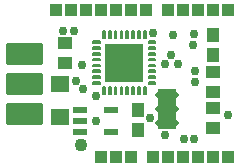
<source format=gbr>
G04 EAGLE Gerber RS-274X export*
G75*
%MOMM*%
%FSLAX34Y34*%
%LPD*%
%INSoldermask Top*%
%IPPOS*%
%AMOC8*
5,1,8,0,0,1.08239X$1,22.5*%
G01*
%ADD10R,1.150800X1.050800*%
%ADD11C,1.104800*%
%ADD12R,1.250800X0.600800*%
%ADD13R,1.050800X1.150800*%
%ADD14R,1.650800X1.450800*%
%ADD15C,0.500800*%
%ADD16R,1.534156X3.495038*%
%ADD17C,0.199953*%
%ADD18R,3.250800X3.250800*%
%ADD19C,0.402334*%
%ADD20R,1.066800X1.066800*%
%ADD21C,0.756400*%


D10*
X52784Y104147D03*
X52784Y87147D03*
D11*
X66244Y17506D03*
D12*
X65580Y47600D03*
X65580Y38100D03*
X65580Y28600D03*
X91582Y28600D03*
X91582Y47600D03*
D13*
X113903Y47394D03*
X113903Y30394D03*
D14*
X48419Y41563D03*
X48419Y69563D03*
D10*
X177800Y49378D03*
X177800Y32378D03*
X177800Y79938D03*
X177800Y62938D03*
D13*
X177800Y110894D03*
X177800Y93894D03*
D15*
X146181Y60419D02*
X131631Y60419D01*
X131631Y48419D02*
X146181Y48419D01*
X146181Y36419D02*
X131631Y36419D01*
D16*
X138881Y48444D03*
D17*
X86045Y61455D02*
X86045Y66963D01*
X86045Y61455D02*
X84537Y61455D01*
X84537Y66963D01*
X86045Y66963D01*
X86045Y63355D02*
X84537Y63355D01*
X84537Y65255D02*
X86045Y65255D01*
X91045Y66963D02*
X91045Y61455D01*
X89537Y61455D01*
X89537Y66963D01*
X91045Y66963D01*
X91045Y63355D02*
X89537Y63355D01*
X89537Y65255D02*
X91045Y65255D01*
X96045Y66963D02*
X96045Y61455D01*
X94537Y61455D01*
X94537Y66963D01*
X96045Y66963D01*
X96045Y63355D02*
X94537Y63355D01*
X94537Y65255D02*
X96045Y65255D01*
X101045Y66963D02*
X101045Y61455D01*
X99537Y61455D01*
X99537Y66963D01*
X101045Y66963D01*
X101045Y63355D02*
X99537Y63355D01*
X99537Y65255D02*
X101045Y65255D01*
X106045Y66963D02*
X106045Y61455D01*
X104537Y61455D01*
X104537Y66963D01*
X106045Y66963D01*
X106045Y63355D02*
X104537Y63355D01*
X104537Y65255D02*
X106045Y65255D01*
X111045Y66963D02*
X111045Y61455D01*
X109537Y61455D01*
X109537Y66963D01*
X111045Y66963D01*
X111045Y63355D02*
X109537Y63355D01*
X109537Y65255D02*
X111045Y65255D01*
X116045Y66963D02*
X116045Y61455D01*
X114537Y61455D01*
X114537Y66963D01*
X116045Y66963D01*
X116045Y63355D02*
X114537Y63355D01*
X114537Y65255D02*
X116045Y65255D01*
X121045Y66963D02*
X121045Y61455D01*
X119537Y61455D01*
X119537Y66963D01*
X121045Y66963D01*
X121045Y63355D02*
X119537Y63355D01*
X119537Y65255D02*
X121045Y65255D01*
X129045Y69455D02*
X129045Y70963D01*
X129045Y69455D02*
X123537Y69455D01*
X123537Y70963D01*
X129045Y70963D01*
X129045Y74455D02*
X129045Y75963D01*
X129045Y74455D02*
X123537Y74455D01*
X123537Y75963D01*
X129045Y75963D01*
X129045Y79455D02*
X129045Y80963D01*
X129045Y79455D02*
X123537Y79455D01*
X123537Y80963D01*
X129045Y80963D01*
X129045Y84455D02*
X129045Y85963D01*
X129045Y84455D02*
X123537Y84455D01*
X123537Y85963D01*
X129045Y85963D01*
X129045Y89455D02*
X129045Y90963D01*
X129045Y89455D02*
X123537Y89455D01*
X123537Y90963D01*
X129045Y90963D01*
X129045Y94455D02*
X129045Y95963D01*
X129045Y94455D02*
X123537Y94455D01*
X123537Y95963D01*
X129045Y95963D01*
X129045Y99455D02*
X129045Y100963D01*
X129045Y99455D02*
X123537Y99455D01*
X123537Y100963D01*
X129045Y100963D01*
X129045Y104455D02*
X129045Y105963D01*
X129045Y104455D02*
X123537Y104455D01*
X123537Y105963D01*
X129045Y105963D01*
X121045Y108455D02*
X121045Y113963D01*
X121045Y108455D02*
X119537Y108455D01*
X119537Y113963D01*
X121045Y113963D01*
X121045Y110355D02*
X119537Y110355D01*
X119537Y112255D02*
X121045Y112255D01*
X116045Y113963D02*
X116045Y108455D01*
X114537Y108455D01*
X114537Y113963D01*
X116045Y113963D01*
X116045Y110355D02*
X114537Y110355D01*
X114537Y112255D02*
X116045Y112255D01*
X111045Y113963D02*
X111045Y108455D01*
X109537Y108455D01*
X109537Y113963D01*
X111045Y113963D01*
X111045Y110355D02*
X109537Y110355D01*
X109537Y112255D02*
X111045Y112255D01*
X106045Y113963D02*
X106045Y108455D01*
X104537Y108455D01*
X104537Y113963D01*
X106045Y113963D01*
X106045Y110355D02*
X104537Y110355D01*
X104537Y112255D02*
X106045Y112255D01*
X101045Y113963D02*
X101045Y108455D01*
X99537Y108455D01*
X99537Y113963D01*
X101045Y113963D01*
X101045Y110355D02*
X99537Y110355D01*
X99537Y112255D02*
X101045Y112255D01*
X96045Y113963D02*
X96045Y108455D01*
X94537Y108455D01*
X94537Y113963D01*
X96045Y113963D01*
X96045Y110355D02*
X94537Y110355D01*
X94537Y112255D02*
X96045Y112255D01*
X91045Y113963D02*
X91045Y108455D01*
X89537Y108455D01*
X89537Y113963D01*
X91045Y113963D01*
X91045Y110355D02*
X89537Y110355D01*
X89537Y112255D02*
X91045Y112255D01*
X86045Y113963D02*
X86045Y108455D01*
X84537Y108455D01*
X84537Y113963D01*
X86045Y113963D01*
X86045Y110355D02*
X84537Y110355D01*
X84537Y112255D02*
X86045Y112255D01*
X82045Y105963D02*
X82045Y104455D01*
X76537Y104455D01*
X76537Y105963D01*
X82045Y105963D01*
X82045Y100963D02*
X82045Y99455D01*
X76537Y99455D01*
X76537Y100963D01*
X82045Y100963D01*
X82045Y95963D02*
X82045Y94455D01*
X76537Y94455D01*
X76537Y95963D01*
X82045Y95963D01*
X82045Y90963D02*
X82045Y89455D01*
X76537Y89455D01*
X76537Y90963D01*
X82045Y90963D01*
X82045Y85963D02*
X82045Y84455D01*
X76537Y84455D01*
X76537Y85963D01*
X82045Y85963D01*
X82045Y80963D02*
X82045Y79455D01*
X76537Y79455D01*
X76537Y80963D01*
X82045Y80963D01*
X82045Y75963D02*
X82045Y74455D01*
X76537Y74455D01*
X76537Y75963D01*
X82045Y75963D01*
X82045Y70963D02*
X82045Y69455D01*
X76537Y69455D01*
X76537Y70963D01*
X82045Y70963D01*
D18*
X102791Y87709D03*
D19*
X31263Y37317D02*
X4297Y37317D01*
X4297Y51583D01*
X31263Y51583D01*
X31263Y37317D01*
X31263Y41139D02*
X4297Y41139D01*
X4297Y44961D02*
X31263Y44961D01*
X31263Y48783D02*
X4297Y48783D01*
X4297Y62717D02*
X31263Y62717D01*
X4297Y62717D02*
X4297Y76983D01*
X31263Y76983D01*
X31263Y62717D01*
X31263Y66539D02*
X4297Y66539D01*
X4297Y70361D02*
X31263Y70361D01*
X31263Y74183D02*
X4297Y74183D01*
X4297Y88117D02*
X31263Y88117D01*
X4297Y88117D02*
X4297Y102383D01*
X31263Y102383D01*
X31263Y88117D01*
X31263Y91939D02*
X4297Y91939D01*
X4297Y95761D02*
X31263Y95761D01*
X31263Y99583D02*
X4297Y99583D01*
D20*
X44450Y131763D03*
X57150Y131763D03*
X69850Y131763D03*
X120650Y131763D03*
X107950Y131763D03*
X95250Y131763D03*
X82550Y131763D03*
X127000Y7938D03*
X139700Y7938D03*
X152400Y7938D03*
X165100Y7938D03*
X177800Y7938D03*
X190500Y7938D03*
X107950Y7938D03*
X95250Y7938D03*
X82550Y7938D03*
X190500Y131763D03*
X177800Y131763D03*
X165100Y131763D03*
X152400Y131763D03*
X139700Y131763D03*
D21*
X161131Y102394D03*
X78581Y38100D03*
X124243Y40857D03*
X161925Y111919D03*
X143814Y110867D03*
X60325Y114300D03*
X127397Y113109D03*
X148034Y86261D03*
X190782Y43081D03*
X141939Y93917D03*
X162624Y80455D03*
X162365Y71478D03*
X153325Y23019D03*
X137319Y26194D03*
X67113Y85777D03*
X51070Y114427D03*
X161925Y23019D03*
X137319Y86519D03*
X61913Y72231D03*
X67469Y65088D03*
X78581Y59531D03*
M02*

</source>
